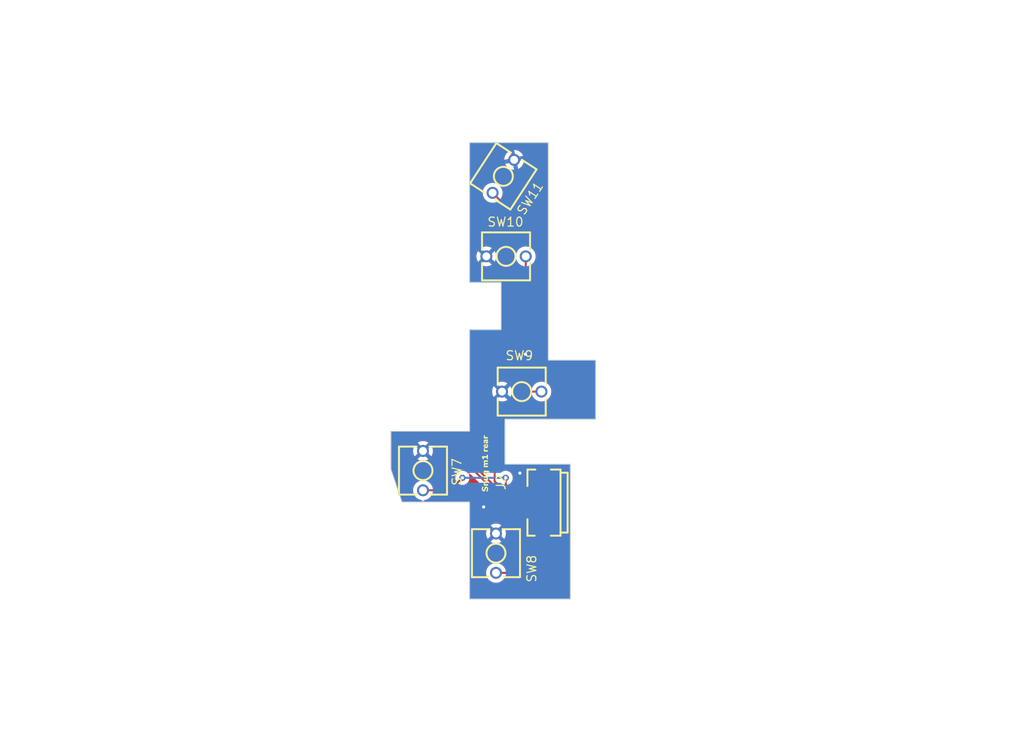
<source format=kicad_pcb>
(kicad_pcb (version 20221018) (generator pcbnew)
  (layers (0 "F.Cu" signal) (31 "B.Cu" signal) (34 "B.Paste" user) (35 "F.Paste" user) (36 "B.SilkS" user "B.Silkscreen") (37 "F.SilkS" user "F.Silkscreen") (38 "B.Mask" user) (39 "F.Mask" user) (44 "Edge.Cuts" user))
  (net 0 "")
  (net 1 "GND")
  (net 2 "SW11_B")
  (net 3 "SW8_B")
  (net 4 "SW9_B")
  (net 5 "SW10_B")
  (net 6 "SW7_B")
  (footprint "0:SW-TH_L6.2-W6.2-P5.00" (layer "F.Cu") (at 114.243 78.567)
    (fp_text reference "SW10" (at -2.455 -4.369) (layer "F.SilkS") (effects (font (size 1.143 1.143) (thickness 0.152)) (justify left)))
    (fp_text value "SW_PUSH" hide)
    (fp_line (start -3.048 -3.048) (end -3.048 -0.828) (stroke (width 0.254)) (layer "F.SilkS"))
    (fp_line (start -3.048 -3.048) (end 3.048 -3.048) (stroke (width 0.254)) (layer "F.SilkS"))
    (fp_line (start -3.048 0.828) (end -3.048 3.048) (stroke (width 0.254)) (layer "F.SilkS"))
    (fp_line (start -3.048 3.048) (end 3.048 3.048) (stroke (width 0.254)) (layer "F.SilkS"))
    (fp_line (start 3.048 -3.048) (end 3.048 -0.828) (stroke (width 0.254)) (layer "F.SilkS"))
    (fp_line (start 3.048 0.828) (end 3.048 1.16) (stroke (width 0.254)) (layer "F.SilkS"))
    (fp_line (start 3.048 3.048) (end 3.048 0.828) (stroke (width 0.254)) (layer "F.SilkS"))
    (fp_circle (center 0 0) (end 1.205 0) (stroke (width 0.254)) (fill none) (layer "F.SilkS"))
    (pad "1" thru_hole circle (at -2.5 0) (size 1.524 1.524) (drill 1) (layers "*.Cu" "*.Paste" "*.Mask") (net 1 "GND"))
    (pad "2" thru_hole circle (at 2.5 0) (size 1.524 1.524) (drill 1) (layers "*.Cu" "*.Paste" "*.Mask") (net 5 "SW10_B"))
  )
  (footprint "Logos:rear" (layer "F.Cu") (at 111.8 104.9 90)
    (fp_text reference "G***" hide)
    (fp_text value "LOGO" hide)
    (fp_poly (pts (xy 1.896371 -0.399164) (xy 1.902845 -0.396967) (xy 1.921033 -0.38602) (xy 1.934484 -0.3705) (xy 1.943032 -0.350737) (xy 1.946513 -0.327058) (xy 1.946083 -0.310894) (xy 1.941494 -0.286817) (xy 1.932166 -0.267471) (xy 1.918105 -0.252867) (xy 1.899319 -0.243013) (xy 1.893916 -0.241302) (xy 1.885869 -0.239542) (xy 1.872955 -0.237287) (xy 1.856963 -0.234827) (xy 1.8399 -0.232484) (xy 1.812156 -0.22822) (xy 1.790012 -0.223153) (xy 1.77238 -0.216915) (xy 1.75817 -0.209139) (xy 1.748732 -0.201743) (xy 1.740979 -0.194243) (xy 1.734541 -0.186555) (xy 1.729296 -0.177996) (xy 1.725124 -0.167885) (xy 1.721906 -0.15554) (xy 1.71952 -0.140278) (xy 1.717847 -0.121418) (xy 1.716766 -0.098277) (xy 1.716158 -0.070173) (xy 1.715901 -0.036423) (xy 1.715866 -0.015303) (xy 1.715848 0.014872) (xy 1.715778 0.039124) (xy 1.715609 0.058233) (xy 1.71529 0.072978) (xy 1.714773 0.08414) (xy 1.714006 0.092497) (xy 1.712942 0.098831) (xy 1.711531 0.103919) (xy 1.709723 0.108543) (xy 1.707735 0.112909) (xy 1.695811 0.130826) (xy 1.678894 0.144899) (xy 1.657739 0.15473) (xy 1.633104 0.159919) (xy 1.617263 0.160642) (xy 1.603502 0.159778) (xy 1.590141 0.157804) (xy 1.58352 0.156178) (xy 1.563794 0.148445) (xy 1.548708 0.138804) (xy 1.539129 0.129487) (xy 1.535373 0.125186) (xy 1.532138 0.121125) (xy 1.529388 0.116792) (xy 1.527081 0.111679) (xy 1.525179 0.105273) (xy 1.523644 0.097065) (xy 1.522435 0.086543) (xy 1.521514 0.073198) (xy 1.520842 0.05652) (xy 1.52038 0.035996) (xy 1.520088 0.011117) (xy 1.519927 -0.018627) (xy 1.519859 -0.053747) (xy 1.519844 -0.094754) (xy 1.519844 -0.122324) (xy 1.519844 -0.336812) (xy 1.527821 -0.353015) (xy 1.539686 -0.369894) (xy 1.556373 -0.383589) (xy 1.5766 -0.393676) (xy 1.599081 -0.399729) (xy 1.622532 -0.401324) (xy 1.645667 -0.398036) (xy 1.655049 -0.395072) (xy 1.675002 -0.38425) (xy 1.690433 -0.368828) (xy 1.700806 -0.349594) (xy 1.705583 -0.327338) (xy 1.705845 -0.320432) (xy 1.705845 -0.300341) (xy 1.717779 -0.320252) (xy 1.734458 -0.344058) (xy 1.753413 -0.362774) (xy 1.776353 -0.377986) (xy 1.784602 -0.382268) (xy 1.807174 -0.391455) (xy 1.831261 -0.39794) (xy 1.85524 -0.401521) (xy 1.877485 -0.401996)) (fill solid) (layer "F.SilkS"))
    (fp_poly (pts (xy 3.568555 -0.396335) (xy 3.585809 -0.387174) (xy 3.598416 -0.373249) (xy 3.606512 -0.354437) (xy 3.610232 -0.330617) (xy 3.610525 -0.319629) (xy 3.609153 -0.29816) (xy 3.604852 -0.280501) (xy 3.597066 -0.266217) (xy 3.585239 -0.254875) (xy 3.568817 -0.246039) (xy 3.547243 -0.239274) (xy 3.519962 -0.234144) (xy 3.497804 -0.231361) (xy 3.466337 -0.226443) (xy 3.440732 -0.219001) (xy 3.420571 -0.208846) (xy 3.405431 -0.195789) (xy 3.398728 -0.186717) (xy 3.394326 -0.178962) (xy 3.390734 -0.170835) (xy 3.387871 -0.161585) (xy 3.385658 -0.15046) (xy 3.384015 -0.136711) (xy 3.382862 -0.119584) (xy 3.382118 -0.09833) (xy 3.381705 -0.072196) (xy 3.381541 -0.040431) (xy 3.381528 -0.025039) (xy 3.381466 0.008839) (xy 3.381215 0.036734) (xy 3.380676 0.059367) (xy 3.379749 0.077457) (xy 3.378337 0.091724) (xy 3.376339 0.102887) (xy 3.373657 0.111667) (xy 3.370192 0.118782) (xy 3.365845 0.124954) (xy 3.360518 0.130901) (xy 3.36002 0.131414) (xy 3.343673 0.145023) (xy 3.325042 0.15395) (xy 3.302744 0.158739) (xy 3.287738 0.15983) (xy 3.265179 0.159477) (xy 3.247385 0.156856) (xy 3.243654 0.155804) (xy 3.23218 0.15051) (xy 3.219271 0.142136) (xy 3.210982 0.13543) (xy 3.205719 0.130722) (xy 3.201175 0.126401) (xy 3.197299 0.121965) (xy 3.194041 0.11691) (xy 3.191351 0.110733) (xy 3.189177 0.10293) (xy 3.18747 0.092999) (xy 3.186178 0.080436) (xy 3.185251 0.064736) (xy 3.184638 0.045398) (xy 3.184289 0.021918) (xy 3.184153 -0.006208) (xy 3.18418 -0.039483) (xy 3.184319 -0.078411) (xy 3.18452 -0.123494) (xy 3.184539 -0.127704) (xy 3.184731 -0.170661) (xy 3.184913 -0.207434) (xy 3.185105 -0.238539) (xy 3.185325 -0.264496) (xy 3.185593 -0.285821) (xy 3.185927 -0.303032) (xy 3.186347 -0.316647) (xy 3.186871 -0.327184) (xy 3.187519 -0.335161) (xy 3.18831 -0.341095) (xy 3.189263 -0.345505) (xy 3.190396 -0.348907) (xy 3.19173 -0.351821) (xy 3.192867 -0.353985) (xy 3.206532 -0.372685) (xy 3.224766 -0.386889) (xy 3.246819 -0.396178) (xy 3.271938 -0.400136) (xy 3.27596 -0.400245) (xy 3.30335 -0.398044) (xy 3.326548 -0.391005) (xy 3.345257 -0.379385) (xy 3.359181 -0.363443) (xy 3.368026 -0.343435) (xy 3.371494 -0.31962) (xy 3.371535 -0.316945) (xy 3.371595 -0.299947) (xy 3.381743 -0.318379) (xy 3.399854 -0.344573) (xy 3.422611 -0.3661) (xy 3.449643 -0.382739) (xy 3.480575 -0.394266) (xy 3.515037 -0.400459) (xy 3.51956 -0.400846) (xy 3.546517 -0.400851)) (fill solid) (layer "F.SilkS"))
    (fp_poly (pts (xy 0.890101 -0.625643) (xy 0.911863 -0.616192) (xy 0.930284 -0.601666) (xy 0.944767 -0.582183) (xy 0.947394 -0.577186) (xy 0.956815 -0.558002) (xy 0.957781 -0.282352) (xy 0.958748 -0.006702) (xy 1.01666 -0.006702) (xy 1.044191 -0.006384) (xy 1.066063 -0.005294) (xy 1.083292 -0.003235) (xy 1.096899 -0.000006) (xy 1.1079 0.004592) (xy 1.117314 0.010758) (xy 1.120861 0.013706) (xy 1.132753 0.027747) (xy 1.139861 0.045157) (xy 1.142444 0.066711) (xy 1.142215 0.077714) (xy 1.139258 0.100254) (xy 1.13294 0.11764) (xy 1.122878 0.130722) (xy 1.115806 0.13626) (xy 1.110512 0.139712) (xy 1.105471 0.142689) (xy 1.100169 0.145226) (xy 1.094092 0.147357) (xy 1.086723 0.149119) (xy 1.077549 0.150545) (xy 1.066056 0.151671) (xy 1.051727 0.152531) (xy 1.034049 0.15316) (xy 1.012507 0.153593) (xy 0.986585 0.153865) (xy 0.955771 0.154012) (xy 0.919548 0.154067) (xy 0.877401 0.154065) (xy 0.853228 0.154054) (xy 0.809426 0.154023) (xy 0.771807 0.153968) (xy 0.739847 0.153874) (xy 0.713027 0.153728) (xy 0.690825 0.153514) (xy 0.672719 0.15322) (xy 0.658189 0.152831) (xy 0.646713 0.152332) (xy 0.637771 0.15171) (xy 0.630841 0.15095) (xy 0.625401 0.150038) (xy 0.620931 0.14896) (xy 0.616909 0.147702) (xy 0.616651 0.147613) (xy 0.59816 0.137961) (xy 0.58352 0.123679) (xy 0.573119 0.105872) (xy 0.567338 0.085647) (xy 0.566563 0.064108) (xy 0.571178 0.042363) (xy 0.576073 0.030873) (xy 0.583162 0.019402) (xy 0.59192 0.010404) (xy 0.603162 0.003617) (xy 0.617704 -0.001224) (xy 0.636362 -0.004382) (xy 0.659952 -0.006118) (xy 0.689291 -0.006698) (xy 0.69259 -0.006702) (xy 0.750706 -0.006702) (xy 0.750706 -0.204433) (xy 0.750675 -0.240147) (xy 0.750587 -0.273788) (xy 0.750447 -0.304771) (xy 0.75026 -0.332512) (xy 0.750033 -0.356427) (xy 0.749769 -0.375932) (xy 0.749476 -0.390443) (xy 0.749158 -0.399375) (xy 0.748847 -0.402164) (xy 0.745466 -0.400563) (xy 0.737315 -0.396139) (xy 0.725406 -0.389457) (xy 0.710752 -0.381083) (xy 0.700077 -0.374909) (xy 0.677636 -0.362237) (xy 0.659662 -0.353065) (xy 0.645127 -0.347059) (xy 0.633002 -0.343881) (xy 0.622259 -0.343197) (xy 0.61187 -0.344669) (xy 0.609405 -0.345282) (xy 0.594534 -0.352167) (xy 0.579933 -0.364057) (xy 0.567091 -0.379365) (xy 0.557495 -0.396506) (xy 0.554939 -0.40339) (xy 0.550824 -0.425859) (xy 0.552247 -0.447905) (xy 0.558902 -0.468129) (xy 0.570479 -0.485132) (xy 0.573595 -0.488244) (xy 0.578287 -0.491606) (xy 0.587964 -0.49779) (xy 0.601789 -0.506305) (xy 0.618922 -0.516657) (xy 0.638524 -0.528355) (xy 0.659755 -0.540905) (xy 0.681777 -0.553816) (xy 0.70375 -0.566595) (xy 0.724835 -0.578748) (xy 0.744193 -0.589785) (xy 0.760985 -0.599212) (xy 0.774372 -0.606536) (xy 0.781579 -0.610307) (xy 0.810737 -0.62235) (xy 0.838941 -0.628841) (xy 0.865595 -0.629899)) (fill solid) (layer "F.SilkS"))
    (fp_poly (pts (xy 2.255921 -0.400132) (xy 2.278098 -0.39886) (xy 2.296776 -0.396366) (xy 2.313545 -0.392342) (xy 2.329992 -0.386483) (xy 2.347706 -0.378481) (xy 2.350983 -0.376873) (xy 2.384043 -0.356852) (xy 2.412897 -0.331704) (xy 2.437355 -0.301665) (xy 2.457229 -0.266976) (xy 2.472329 -0.227873) (xy 2.474028 -0.222141) (xy 2.477331 -0.209203) (xy 2.47954 -0.196493) (xy 2.480854 -0.182114) (xy 2.48147 -0.164169) (xy 2.48159 -0.149727) (xy 2.481686 -0.103399) (xy 2.469168 -0.091916) (xy 2.456649 -0.080432) (xy 2.302437 -0.080432) (xy 2.26586 -0.08041) (xy 2.235439 -0.080332) (xy 2.210629 -0.08018) (xy 2.190884 -0.079936) (xy 2.175659 -0.079584) (xy 2.164409 -0.079106) (xy 2.156586 -0.078484) (xy 2.151646 -0.0777) (xy 2.149042 -0.076738) (xy 2.148229 -0.075579) (xy 2.148225 -0.075476) (xy 2.149225 -0.06992) (xy 2.151843 -0.060163) (xy 2.155433 -0.048563) (xy 2.165849 -0.025443) (xy 2.180134 -0.007179) (xy 2.197841 0.005714) (xy 2.206145 0.009388) (xy 2.226144 0.015352) (xy 2.246527 0.018351) (xy 2.268323 0.018297) (xy 2.292559 0.015103) (xy 2.320264 0.008681) (xy 2.352466 -0.001058) (xy 2.360626 -0.003779) (xy 2.380873 -0.010485) (xy 2.396142 -0.015122) (xy 2.407727 -0.017987) (xy 2.416921 -0.019373) (xy 2.425019 -0.019576) (xy 2.42889 -0.019341) (xy 2.447728 -0.014876) (xy 2.46264 -0.005116) (xy 2.473396 0.009638) (xy 2.479766 0.029088) (xy 2.481558 0.048846) (xy 2.479989 0.06804) (xy 2.474696 0.08447) (xy 2.465137 0.098669) (xy 2.450772 0.111167) (xy 2.431058 0.122496) (xy 2.405455 0.133189) (xy 2.390342 0.13844) (xy 2.37235 0.144059) (xy 2.353351 0.149465) (xy 2.336173 0.153876) (xy 2.328031 0.155695) (xy 2.304294 0.159363) (xy 2.276871 0.161733) (xy 2.248489 0.162692) (xy 2.221876 0.162131) (xy 2.205199 0.160704) (xy 2.165553 0.153285) (xy 2.127262 0.141267) (xy 2.091727 0.125226) (xy 2.060349 0.105736) (xy 2.048354 0.096329) (xy 2.021238 0.069795) (xy 1.99902 0.039911) (xy 1.981156 0.005825) (xy 1.968346 -0.029168) (xy 1.965069 -0.040344) (xy 1.962692 -0.050147) (xy 1.961071 -0.060009) (xy 1.960061 -0.071365) (xy 1.959514 -0.08565) (xy 1.959288 -0.104296) (xy 1.959244 -0.118973) (xy 1.959277 -0.140999) (xy 1.959542 -0.157755) (xy 1.960185 -0.170673) (xy 1.960584 -0.174271) (xy 2.147314 -0.174271) (xy 2.233603 -0.174271) (xy 2.319891 -0.174271) (xy 2.317638 -0.186838) (xy 2.311213 -0.213394) (xy 2.302361 -0.234129) (xy 2.290765 -0.249585) (xy 2.27611 -0.260301) (xy 2.274288 -0.261219) (xy 2.255949 -0.26707) (xy 2.235003 -0.269003) (xy 2.214167 -0.267009) (xy 2.196892 -0.261441) (xy 2.178967 -0.249156) (xy 2.164558 -0.231823) (xy 2.154341 -0.210464) (xy 2.149423 -0.189655) (xy 2.147314 -0.174271) (xy 1.960584 -0.174271) (xy 1.96135 -0.181183) (xy 1.963183 -0.190719) (xy 1.96583 -0.200712) (xy 1.968414 -0.209295) (xy 1.984389 -0.251171) (xy 2.004984 -0.288192) (xy 2.030193 -0.320353) (xy 2.060013 -0.347651) (xy 2.094441 -0.370081) (xy 2.133473 -0.38764) (xy 2.148225 -0.392635) (xy 2.158643 -0.395656) (xy 2.168426 -0.397798) (xy 2.179071 -0.399205) (xy 2.192076 -0.400025) (xy 2.208936 -0.400404) (xy 2.228658 -0.400488)) (fill solid) (layer "F.SilkS"))
    (fp_poly (pts (xy -2.690992 -0.401637) (xy -2.678587 -0.399471) (xy -2.67165 -0.397742) (xy -2.648671 -0.389102) (xy -2.630882 -0.376367) (xy -2.617879 -0.359142) (xy -2.609262 -0.337027) (xy -2.608911 -0.335676) (xy -2.605116 -0.320729) (xy -2.595974 -0.332715) (xy -2.581064 -0.348505) (xy -2.561242 -0.363991) (xy -2.538246 -0.378047) (xy -2.513817 -0.389546) (xy -2.501036 -0.39417) (xy -2.487877 -0.397116) (xy -2.469985 -0.399384) (xy -2.449303 -0.400896) (xy -2.427775 -0.401574) (xy -2.407345 -0.40134) (xy -2.389955 -0.400117) (xy -2.382104 -0.398938) (xy -2.34966 -0.389406) (xy -2.321089 -0.374458) (xy -2.296658 -0.354331) (xy -2.276636 -0.32926) (xy -2.261289 -0.299481) (xy -2.257518 -0.289315) (xy -2.253716 -0.277768) (xy -2.250519 -0.266904) (xy -2.247876 -0.256026) (xy -2.245734 -0.244437) (xy -2.244041 -0.231441) (xy -2.242745 -0.216341) (xy -2.241795 -0.19844) (xy -2.241137 -0.17704) (xy -2.24072 -0.151446) (xy -2.240491 -0.12096) (xy -2.240399 -0.084886) (xy -2.240388 -0.060324) (xy -2.240388 0.095514) (xy -2.248156 0.111286) (xy -2.259886 0.12889) (xy -2.275623 0.14373) (xy -2.291876 0.153212) (xy -2.305742 0.157116) (xy -2.323525 0.159511) (xy -2.34258 0.160246) (xy -2.360261 0.159168) (xy -2.368832 0.157654) (xy -2.390042 0.149755) (xy -2.408705 0.137386) (xy -2.423059 0.121784) (xy -2.425622 0.117773) (xy -2.434767 0.102217) (xy -2.436647 -0.046919) (xy -2.437186 -0.085523) (xy -2.437759 -0.117896) (xy -2.438384 -0.14451) (xy -2.439081 -0.165838) (xy -2.439867 -0.18235) (xy -2.440761 -0.194519) (xy -2.441782 -0.202816) (xy -2.442949 -0.207714) (xy -2.442975 -0.207784) (xy -2.452678 -0.226556) (xy -2.465698 -0.23983) (xy -2.482481 -0.247864) (xy -2.503471 -0.250917) (xy -2.516614 -0.250593) (xy -2.541006 -0.246018) (xy -2.561443 -0.236047) (xy -2.57799 -0.220645) (xy -2.580726 -0.217066) (xy -2.585544 -0.210122) (xy -2.589518 -0.203362) (xy -2.592729 -0.196081) (xy -2.595258 -0.187575) (xy -2.597185 -0.177139) (xy -2.598592 -0.164068) (xy -2.59956 -0.147656) (xy -2.60017 -0.127199) (xy -2.600502 -0.101992) (xy -2.600638 -0.071331) (xy -2.60066 -0.043567) (xy -2.600693 -0.007587) (xy -2.600861 0.022368) (xy -2.601267 0.046973) (xy -2.602012 0.066907) (xy -2.603199 0.082846) (xy -2.604929 0.095466) (xy -2.607306 0.105445) (xy -2.610431 0.11346) (xy -2.614407 0.120188) (xy -2.619336 0.126305) (xy -2.62532 0.132488) (xy -2.627587 0.1347) (xy -2.643775 0.147692) (xy -2.660596 0.155408) (xy -2.661382 0.155646) (xy -2.682384 0.159652) (xy -2.705462 0.160431) (xy -2.727593 0.158017) (xy -2.739973 0.154774) (xy -2.761878 0.144406) (xy -2.77852 0.130092) (xy -2.790332 0.111418) (xy -2.793435 0.103689) (xy -2.794473 0.099878) (xy -2.79536 0.094447) (xy -2.796108 0.086897) (xy -2.796726 0.076731) (xy -2.797226 0.063448) (xy -2.797619 0.046551) (xy -2.797917 0.025542) (xy -2.79813 -0.00008) (xy -2.798269 -0.030812) (xy -2.798346 -0.067152) (xy -2.798372 -0.109601) (xy -2.798372 -0.118557) (xy -2.798309 -0.165875) (xy -2.798134 -0.207979) (xy -2.797849 -0.244657) (xy -2.797457 -0.275695) (xy -2.796962 -0.300883) (xy -2.796368 -0.320007) (xy -2.795677 -0.332855) (xy -2.794893 -0.339215) (xy -2.794886 -0.339241) (xy -2.786059 -0.358898) (xy -2.771666 -0.375397) (xy -2.752262 -0.388307) (xy -2.728399 -0.397202) (xy -2.716499 -0.399756) (xy -2.702417 -0.401677)) (fill solid) (layer "F.SilkS"))
    (fp_poly (pts (xy 2.823664 -0.401603) (xy 2.838607 -0.401244) (xy 2.866876 -0.400149) (xy 2.889949 -0.398386) (xy 2.909323 -0.395665) (xy 2.926494 -0.391695) (xy 2.942959 -0.386186) (xy 2.960213 -0.378847) (xy 2.964643 -0.376779) (xy 2.993625 -0.359463) (xy 3.01839 -0.337066) (xy 3.03876 -0.309852) (xy 3.054557 -0.27809) (xy 3.065602 -0.242046) (xy 3.069728 -0.219514) (xy 3.070656 -0.209517) (xy 3.071439 -0.194152) (xy 3.072078 -0.174276) (xy 3.072576 -0.150744) (xy 3.072933 -0.12441) (xy 3.073152 -0.096132) (xy 3.073235 -0.066764) (xy 3.073183 -0.037161) (xy 3.072998 -0.00818) (xy 3.072681 0.019325) (xy 3.072234 0.044497) (xy 3.07166 0.066481) (xy 3.070959 0.084422) (xy 3.070134 0.097464) (xy 3.069185 0.104752) (xy 3.069076 0.105156) (xy 3.061407 0.120805) (xy 3.048906 0.135562) (xy 3.033392 0.147688) (xy 3.016681 0.155445) (xy 3.016459 0.155511) (xy 2.990154 0.160503) (xy 2.965311 0.159966) (xy 2.942683 0.154266) (xy 2.92302 0.143772) (xy 2.907074 0.128849) (xy 2.895597 0.109865) (xy 2.890546 0.093996) (xy 2.888046 0.082423) (xy 2.881501 0.095179) (xy 2.866978 0.116344) (xy 2.847348 0.133944) (xy 2.823352 0.147691) (xy 2.795731 0.157297) (xy 2.765225 0.162475) (xy 2.732575 0.162935) (xy 2.712533 0.160867) (xy 2.678223 0.152833) (xy 2.646629 0.139486) (xy 2.618404 0.121376) (xy 2.594197 0.099052) (xy 2.574661 0.073064) (xy 2.560447 0.043962) (xy 2.555521 0.028348) (xy 2.551733 0.006441) (xy 2.550638 -0.017812) (xy 2.551628 -0.032192) (xy 2.739249 -0.032192) (xy 2.739555 -0.020511) (xy 2.744874 -0.001943) (xy 2.75508 0.012867) (xy 2.769232 0.023473) (xy 2.78639 0.029432) (xy 2.805614 0.030297) (xy 2.825964 0.025626) (xy 2.831904 0.023189) (xy 2.852355 0.01046) (xy 2.868114 -0.006885) (xy 2.8789 -0.02842) (xy 2.884436 -0.053717) (xy 2.884796 -0.057811) (xy 2.886426 -0.080432) (xy 2.851899 -0.080432) (xy 2.818237 -0.079137) (xy 2.790664 -0.075215) (xy 2.76908 -0.068614) (xy 2.753382 -0.059278) (xy 2.743472 -0.047155) (xy 2.739249 -0.032192) (xy 2.551628 -0.032192) (xy 2.552255 -0.041289) (xy 2.555064 -0.055799) (xy 2.56309 -0.078727) (xy 2.574397 -0.098743) (xy 2.58935 -0.116007) (xy 2.608315 -0.13068) (xy 2.631657 -0.142922) (xy 2.659741 -0.152894) (xy 2.692932 -0.160755) (xy 2.731595 -0.166667) (xy 2.776095 -0.170788) (xy 2.822271 -0.17313) (xy 2.886238 -0.175354) (xy 2.884934 -0.195827) (xy 2.881694 -0.217122) (xy 2.874685 -0.23342) (xy 2.863402 -0.245175) (xy 2.847338 -0.252839) (xy 2.825989 -0.256866) (xy 2.816013 -0.257553) (xy 2.800256 -0.257664) (xy 2.784315 -0.25646) (xy 2.766975 -0.253702) (xy 2.74702 -0.249154) (xy 2.723236 -0.24258) (xy 2.695381 -0.234051) (xy 2.670026 -0.226663) (xy 2.649584 -0.222231) (xy 2.632997 -0.220664) (xy 2.61921 -0.221869) (xy 2.607164 -0.225753) (xy 2.606065 -0.226262) (xy 2.591364 -0.236598) (xy 2.581237 -0.251581) (xy 2.575576 -0.271407) (xy 2.574373 -0.283446) (xy 2.574304 -0.29753) (xy 2.575319 -0.310708) (xy 2.577109 -0.319779) (xy 2.585719 -0.335328) (xy 2.600806 -0.349628) (xy 2.622251 -0.362621) (xy 2.649935 -0.374251) (xy 2.68374 -0.384462) (xy 2.723547 -0.393198) (xy 2.73639 -0.395479) (xy 2.754504 -0.398344) (xy 2.770338 -0.400278) (xy 2.785844 -0.401393) (xy 2.802969 -0.401798)) (fill solid) (layer "F.SilkS"))
    (fp_poly (pts (xy -3.191853 -0.634584) (xy -3.163632 -0.633624) (xy -3.137593 -0.631742) (xy -3.115498 -0.628943) (xy -3.113419 -0.628585) (xy -3.06857 -0.618094) (xy -3.025393 -0.60306) (xy -2.985422 -0.584102) (xy -2.953725 -0.564383) (xy -2.935424 -0.548476) (xy -2.923314 -0.530777) (xy -2.916954 -0.510473) (xy -2.915688 -0.494168) (xy -2.917221 -0.473088) (xy -2.922316 -0.455559) (xy -2.931718 -0.439051) (xy -2.932061 -0.438565) (xy -2.943822 -0.424738) (xy -2.956437 -0.416483) (xy -2.971903 -0.412767) (xy -2.982923 -0.412286) (xy -2.994879 -0.412766) (xy -3.004804 -0.414604) (xy -3.015208 -0.418528) (xy -3.028601 -0.425264) (xy -3.029635 -0.425816) (xy -3.059549 -0.441353) (xy -3.085285 -0.453498) (xy -3.108169 -0.462688) (xy -3.129527 -0.469356) (xy -3.150684 -0.473939) (xy -3.172966 -0.476872) (xy -3.18896 -0.478116) (xy -3.222231 -0.478248) (xy -3.252111 -0.474528) (xy -3.278097 -0.467176) (xy -3.299688 -0.456411) (xy -3.31638 -0.442455) (xy -3.327672 -0.425529) (xy -3.33122 -0.415709) (xy -3.333726 -0.400233) (xy -3.332178 -0.386437) (xy -3.326223 -0.374067) (xy -3.315509 -0.362869) (xy -3.299682 -0.352587) (xy -3.27839 -0.342968) (xy -3.251282 -0.333756) (xy -3.218004 -0.324697) (xy -3.198878 -0.320131) (xy -3.162324 -0.311514) (xy -3.131311 -0.303681) (xy -3.104773 -0.29629) (xy -3.081646 -0.289) (xy -3.060863 -0.281468) (xy -3.041359 -0.273353) (xy -3.022067 -0.264314) (xy -3.016999 -0.261792) (xy -2.982408 -0.241531) (xy -2.953924 -0.218554) (xy -2.931477 -0.192743) (xy -2.914995 -0.163978) (xy -2.904407 -0.132142) (xy -2.899641 -0.097116) (xy -2.899939 -0.067228) (xy -2.905634 -0.029123) (xy -2.917286 0.006236) (xy -2.934642 0.038629) (xy -2.957452 0.067836) (xy -2.985464 0.093637) (xy -3.018425 0.115812) (xy -3.056085 0.134143) (xy -3.098191 0.148409) (xy -3.144493 0.15839) (xy -3.161123 0.160766) (xy -3.180086 0.162422) (xy -3.203689 0.163388) (xy -3.229906 0.163667) (xy -3.25671 0.163262) (xy -3.282074 0.162176) (xy -3.302771 0.160541) (xy -3.340915 0.155193) (xy -3.378741 0.147283) (xy -3.415152 0.137187) (xy -3.449053 0.125282) (xy -3.479348 0.111945) (xy -3.504939 0.097553) (xy -3.521565 0.085299) (xy -3.535721 0.070417) (xy -3.544465 0.054004) (xy -3.54836 0.03463) (xy -3.548417 0.016961) (xy -3.544667 -0.007544) (xy -3.536303 -0.02761) (xy -3.522973 -0.043969) (xy -3.516595 -0.049319) (xy -3.509125 -0.054373) (xy -3.501868 -0.057174) (xy -3.492416 -0.058337) (xy -3.480642 -0.058497) (xy -3.470445 -0.058241) (xy -3.46201 -0.057275) (xy -3.453733 -0.055076) (xy -3.444005 -0.051123) (xy -3.43122 -0.044893) (xy -3.418393 -0.038274) (xy -3.383713 -0.021564) (xy -3.351461 -0.00918) (xy -3.319789 -0.000706) (xy -3.28685 0.004273) (xy -3.250797 0.006174) (xy -3.222338 0.005884) (xy -3.201214 0.005084) (xy -3.185306 0.004027) (xy -3.17313 0.002519) (xy -3.163201 0.000369) (xy -3.154032 -0.002618) (xy -3.152523 -0.003192) (xy -3.130507 -0.014248) (xy -3.114318 -0.028068) (xy -3.104122 -0.04445) (xy -3.100089 -0.063193) (xy -3.100026 -0.066081) (xy -3.102345 -0.080664) (xy -3.109501 -0.093626) (xy -3.121842 -0.105202) (xy -3.139714 -0.115623) (xy -3.163463 -0.125122) (xy -3.193435 -0.133932) (xy -3.205581 -0.136924) (xy -3.244325 -0.146147) (xy -3.277278 -0.154184) (xy -3.3052 -0.161272) (xy -3.328851 -0.167647) (xy -3.34899 -0.173544) (xy -3.366377 -0.179202) (xy -3.381771 -0.184854) (xy -3.395933 -0.190739) (xy -3.409621 -0.197092) (xy -3.423596 -0.204149) (xy -3.426386 -0.205611) (xy -3.444654 -0.21668) (xy -3.463386 -0.230544) (xy -3.480996 -0.245813) (xy -3.495897 -0.261103) (xy -3.506502 -0.275025) (xy -3.507282 -0.276317) (xy -3.516922 -0.294972) (xy -3.523747 -0.313929) (xy -3.528221 -0.33503) (xy -3.530809 -0.360118) (xy -3.531436 -0.372061) (xy -3.532043 -0.391184) (xy -3.531922 -0.405683) (xy -3.530906 -0.41761) (xy -3.528828 -0.429021) (xy -3.525852 -0.440764) (xy -3.512698 -0.476381) (xy -3.493677 -0.509194) (xy -3.469124 -0.538932) (xy -3.439379 -0.565324) (xy -3.404777 -0.588098) (xy -3.365656 -0.606986) (xy -3.322354 -0.621714) (xy -3.291279 -0.629099) (xy -3.271967 -0.631879) (xy -3.247783 -0.633717) (xy -3.220491 -0.634616)) (fill solid) (layer "F.SilkS"))
    (fp_poly (pts (xy -2.020023 -0.400002) (xy -2.008541 -0.398847) (xy -1.998967 -0.396378) (xy -1.988911 -0.392143) (xy -1.986441 -0.390951) (xy -1.974185 -0.383718) (xy -1.962845 -0.374989) (xy -1.95717 -0.369275) (xy -1.95251 -0.363379) (xy -1.948631 -0.357525) (xy -1.945463 -0.351061) (xy -1.942933 -0.343335) (xy -1.94097 -0.333693) (xy -1.939502 -0.321483) (xy -1.938458 -0.306053) (xy -1.937767 -0.286748) (xy -1.937357 -0.262918) (xy -1.937155 -0.233909) (xy -1.937092 -0.199068) (xy -1.937089 -0.186) (xy -1.937048 -0.148647) (xy -1.936879 -0.117373) (xy -1.936517 -0.091556) (xy -1.935895 -0.070572) (xy -1.934946 -0.053799) (xy -1.933605 -0.040613) (xy -1.931804 -0.030392) (xy -1.929478 -0.022513) (xy -1.926559 -0.016353) (xy -1.922983 -0.011289) (xy -1.918681 -0.006697) (xy -1.917898 -0.005942) (xy -1.908752 0.001219) (xy -1.899147 0.006583) (xy -1.898549 0.006823) (xy -1.885845 0.00971) (xy -1.869724 0.010647) (xy -1.853168 0.009686) (xy -1.839157 0.006878) (xy -1.836081 0.005761) (xy -1.819061 -0.004386) (xy -1.803498 -0.019166) (xy -1.791438 -0.036535) (xy -1.789192 -0.041082) (xy -1.787239 -0.04554) (xy -1.785627 -0.049912) (xy -1.784314 -0.054877) (xy -1.783259 -0.061111) (xy -1.782419 -0.069293) (xy -1.781753 -0.080102) (xy -1.78122 -0.094214) (xy -1.780778 -0.112309) (xy -1.780385 -0.135063) (xy -1.78 -0.163156) (xy -1.779581 -0.197264) (xy -1.779575 -0.19773) (xy -1.779155 -0.231918) (xy -1.77877 -0.260073) (xy -1.778378 -0.282867) (xy -1.777939 -0.300971) (xy -1.777411 -0.315054) (xy -1.776754 -0.325787) (xy -1.775926 -0.33384) (xy -1.774887 -0.339885) (xy -1.773595 -0.344591) (xy -1.772009 -0.348629) (xy -1.770098 -0.352653) (xy -1.757564 -0.371715) (xy -1.741046 -0.38579) (xy -1.720245 -0.395037) (xy -1.694862 -0.399617) (xy -1.68071 -0.400204) (xy -1.664031 -0.399889) (xy -1.651701 -0.398545) (xy -1.641398 -0.3958) (xy -1.633791 -0.392684) (xy -1.613431 -0.380676) (xy -1.598093 -0.365128) (xy -1.590754 -0.353569) (xy -1.5893 -0.350763) (xy -1.588052 -0.347798) (xy -1.586993 -0.344161) (xy -1.586104 -0.339339) (xy -1.585367 -0.332819) (xy -1.584763 -0.324087) (xy -1.584274 -0.312631) (xy -1.583882 -0.297936) (xy -1.583569 -0.27949) (xy -1.583316 -0.256779) (xy -1.583104 -0.229291) (xy -1.582916 -0.196511) (xy -1.582733 -0.157928) (xy -1.582588 -0.124841) (xy -1.582404 -0.081564) (xy -1.582265 -0.04447) (xy -1.582184 -0.013036) (xy -1.582176 0.013257) (xy -1.582255 0.03493) (xy -1.582435 0.052504) (xy -1.58273 0.066499) (xy -1.583154 0.077436) (xy -1.583721 0.085836) (xy -1.584445 0.09222) (xy -1.58534 0.097107) (xy -1.58642 0.10102) (xy -1.5877 0.104478) (xy -1.588853 0.107213) (xy -1.600804 0.126671) (xy -1.618152 0.142363) (xy -1.640551 0.153977) (xy -1.640893 0.154107) (xy -1.659854 0.158886) (xy -1.681235 0.160465) (xy -1.70257 0.158919) (xy -1.721394 0.154321) (xy -1.728019 0.151468) (xy -1.746896 0.138212) (xy -1.761592 0.12038) (xy -1.771161 0.099266) (xy -1.773492 0.089334) (xy -1.774963 0.086992) (xy -1.778344 0.089157) (xy -1.784349 0.096366) (xy -1.786278 0.098929) (xy -1.806465 0.120588) (xy -1.831356 0.138098) (xy -1.860207 0.15121) (xy -1.89227 0.159676) (xy -1.926801 0.163246) (xy -1.963051 0.161673) (xy -1.971279 0.160598) (xy -2.007006 0.152754) (xy -2.038039 0.140277) (xy -2.064597 0.122968) (xy -2.086899 0.100629) (xy -2.105166 0.073063) (xy -2.119617 0.04007) (xy -2.125542 0.021255) (xy -2.127207 0.015102) (xy -2.128601 0.009137) (xy -2.129749 0.002723) (xy -2.130674 -0.004778) (xy -2.131401 -0.014003) (xy -2.131956 -0.025589) (xy -2.132362 -0.040173) (xy -2.132645 -0.058392) (xy -2.132828 -0.080884) (xy -2.132937 -0.108286) (xy -2.132996 -0.141234) (xy -2.133024 -0.172595) (xy -2.133045 -0.210413) (xy -2.133035 -0.24212) (xy -2.132969 -0.268309) (xy -2.132825 -0.28957) (xy -2.132579 -0.306496) (xy -2.132208 -0.319678) (xy -2.131689 -0.329708) (xy -2.130998 -0.337179) (xy -2.130112 -0.342682) (xy -2.129009 -0.346808) (xy -2.127664 -0.350151) (xy -2.126055 -0.3533) (xy -2.125911 -0.353569) (xy -2.113008 -0.371792) (xy -2.095825 -0.385802) (xy -2.082874 -0.392684) (xy -2.07253 -0.396702) (xy -2.06179 -0.399056) (xy -2.048341 -0.400119) (xy -2.035805 -0.400296)) (fill solid) (layer "F.SilkS"))
    (fp_poly (pts (xy -1.210662 -0.399445) (xy -1.174988 -0.391502) (xy -1.143131 -0.378208) (xy -1.114881 -0.359486) (xy -1.100391 -0.346434) (xy -1.07975 -0.325817) (xy -1.076246 -0.339693) (xy -1.067875 -0.359771) (xy -1.053941 -0.376318) (xy -1.034725 -0.38908) (xy -1.011448 -0.39757) (xy -0.985866 -0.401338) (xy -0.961357 -0.399699) (xy -0.938831 -0.393081) (xy -0.919196 -0.381911) (xy -0.903363 -0.366615) (xy -0.89224 -0.347621) (xy -0.889691 -0.340393) (xy -0.888577 -0.333209) (xy -0.887589 -0.320021) (xy -0.886729 -0.301525) (xy -0.885995 -0.278419) (xy -0.885387 -0.251398) (xy -0.884906 -0.22116) (xy -0.884551 -0.188402) (xy -0.884322 -0.153821) (xy -0.884219 -0.118113) (xy -0.884242 -0.081975) (xy -0.884391 -0.046105) (xy -0.884664 -0.011199) (xy -0.885063 0.022046) (xy -0.885587 0.052933) (xy -0.886236 0.080765) (xy -0.88701 0.104845) (xy -0.887908 0.124477) (xy -0.888931 0.138963) (xy -0.889805 0.146184) (xy -0.899598 0.187547) (xy -0.914235 0.22438) (xy -0.933794 0.256763) (xy -0.958355 0.284773) (xy -0.987998 0.308491) (xy -1.022803 0.327995) (xy -1.062849 0.343365) (xy -1.097572 0.352489) (xy -1.113521 0.355098) (xy -1.134571 0.357285) (xy -1.159129 0.358998) (xy -1.185603 0.360188) (xy -1.212403 0.360803) (xy -1.237935 0.360795) (xy -1.260608 0.360112) (xy -1.27883 0.358704) (xy -1.281897 0.358318) (xy -1.314176 0.35272) (xy -1.345348 0.345117) (xy -1.374097 0.335942) (xy -1.399109 0.325628) (xy -1.419069 0.314609) (xy -1.423164 0.31176) (xy -1.432576 0.302935) (xy -1.441793 0.291303) (xy -1.445852 0.284755) (xy -1.451079 0.274138) (xy -1.453673 0.265044) (xy -1.454257 0.254396) (xy -1.453856 0.245207) (xy -1.45032 0.222215) (xy -1.442644 0.204065) (xy -1.430539 0.190115) (xy -1.428298 0.188326) (xy -1.42006 0.18327) (xy -1.410627 0.180219) (xy -1.399159 0.179244) (xy -1.384819 0.180414) (xy -1.366768 0.183799) (xy -1.344166 0.189469) (xy -1.316176 0.197493) (xy -1.315411 0.197721) (xy -1.294199 0.204012) (xy -1.277899 0.208635) (xy -1.265002 0.211848) (xy -1.253998 0.21391) (xy -1.24338 0.215077) (xy -1.231638 0.215608) (xy -1.217264 0.215761) (xy -1.209843 0.215775) (xy -1.190529 0.215661) (xy -1.176285 0.215133) (xy -1.165482 0.213998) (xy -1.156492 0.212062) (xy -1.147685 0.209132) (xy -1.144891 0.208052) (xy -1.122436 0.196197) (xy -1.104694 0.180461) (xy -1.092749 0.162226) (xy -1.087312 0.146531) (xy -1.08331 0.126854) (xy -1.081119 0.105835) (xy -1.081115 0.086111) (xy -1.081402 0.082634) (xy -1.083115 0.065352) (xy -1.103104 0.084929) (xy -1.128531 0.105213) (xy -1.158349 0.120803) (xy -1.191966 0.131485) (xy -1.228785 0.137046) (xy -1.249901 0.137843) (xy -1.290824 0.134775) (xy -1.328928 0.125743) (xy -1.363887 0.111004) (xy -1.395373 0.090818) (xy -1.42306 0.065443) (xy -1.446621 0.035136) (xy -1.465728 0.000157) (xy -1.480055 -0.039237) (xy -1.481701 -0.045243) (xy -1.48693 -0.071883) (xy -1.490021 -0.102533) (xy -1.490551 -0.121564) (xy -1.295172 -0.121564) (xy -1.292841 -0.097916) (xy -1.287969 -0.077732) (xy -1.287117 -0.075405) (xy -1.277859 -0.057772) (xy -1.264695 -0.041048) (xy -1.249298 -0.02697) (xy -1.233344 -0.017274) (xy -1.229662 -0.015807) (xy -1.211132 -0.011611) (xy -1.18938 -0.010279) (xy -1.167221 -0.011766) (xy -1.14747 -0.016026) (xy -1.144053 -0.017208) (xy -1.123227 -0.028451) (xy -1.105518 -0.044941) (xy -1.092074 -0.06552) (xy -1.088778 -0.072989) (xy -1.085285 -0.083077) (xy -1.08304 -0.093224) (xy -1.081794 -0.105341) (xy -1.081296 -0.121342) (xy -1.08125 -0.130703) (xy -1.082154 -0.156648) (xy -1.085203 -0.177554) (xy -1.090901 -0.194882) (xy -1.099752 -0.210092) (xy -1.112261 -0.224644) (xy -1.11446 -0.226837) (xy -1.130931 -0.240297) (xy -1.148759 -0.249021) (xy -1.169578 -0.253607) (xy -1.190217 -0.254703) (xy -1.217163 -0.251746) (xy -1.240832 -0.243039) (xy -1.260859 -0.228828) (xy -1.276881 -0.20936) (xy -1.286956 -0.189182) (xy -1.292226 -0.169608) (xy -1.294966 -0.146265) (xy -1.295172 -0.121564) (xy -1.490551 -0.121564) (xy -1.490921 -0.134835) (xy -1.489579 -0.16643) (xy -1.485943 -0.194958) (xy -1.485079 -0.199406) (xy -1.473478 -0.241786) (xy -1.457221 -0.27968) (xy -1.436551 -0.312878) (xy -1.411714 -0.341168) (xy -1.382952 -0.364339) (xy -1.35051 -0.382181) (xy -1.314633 -0.394482) (xy -1.275564 -0.401033) (xy -1.250361 -0.402114)) (fill solid) (layer "F.SilkS"))
    (fp_poly (pts (xy 0.249736 -0.401917) (xy 0.271023 -0.400798) (xy 0.289207 -0.398604) (xy 0.29673 -0.397034) (xy 0.328619 -0.385781) (xy 0.356008 -0.369562) (xy 0.378882 -0.348394) (xy 0.397223 -0.322295) (xy 0.411015 -0.291283) (xy 0.416858 -0.271318) (xy 0.420189 -0.255077) (xy 0.422926 -0.235654) (xy 0.425094 -0.212534) (xy 0.42672 -0.1852) (xy 0.427827 -0.153139) (xy 0.428441 -0.115835) (xy 0.428586 -0.072771) (xy 0.428379 -0.033513) (xy 0.428076 -0.000239) (xy 0.427753 0.027019) (xy 0.427377 0.048947) (xy 0.426913 0.066229) (xy 0.426327 0.079554) (xy 0.425585 0.089605) (xy 0.424653 0.09707) (xy 0.423496 0.102635) (xy 0.42208 0.106986) (xy 0.421264 0.10892) (xy 0.409042 0.128225) (xy 0.391874 0.143225) (xy 0.370132 0.153694) (xy 0.344189 0.159408) (xy 0.336546 0.160104) (xy 0.309783 0.15933) (xy 0.28581 0.153553) (xy 0.26537 0.143134) (xy 0.249203 0.128433) (xy 0.239409 0.112909) (xy 0.23131 0.095514) (xy 0.23121 -0.040216) (xy 0.23111 -0.070691) (xy 0.23087 -0.099866) (xy 0.230507 -0.126877) (xy 0.230037 -0.150862) (xy 0.22948 -0.170959) (xy 0.228852 -0.186305) (xy 0.228172 -0.196037) (xy 0.227987 -0.197553) (xy 0.222782 -0.218366) (xy 0.213777 -0.233774) (xy 0.20064 -0.244107) (xy 0.183041 -0.249694) (xy 0.174671 -0.250674) (xy 0.153261 -0.250139) (xy 0.135244 -0.244732) (xy 0.118876 -0.23389) (xy 0.116617 -0.231906) (xy 0.10922 -0.224819) (xy 0.103019 -0.217641) (xy 0.097908 -0.209729) (xy 0.093785 -0.200444) (xy 0.090543 -0.189143) (xy 0.088079 -0.175186) (xy 0.086288 -0.157932) (xy 0.085065 -0.136739) (xy 0.084306 -0.110968) (xy 0.083906 -0.079975) (xy 0.083761 -0.043121) (xy 0.083751 -0.030384) (xy 0.083735 0.001974) (xy 0.083679 0.028346) (xy 0.083543 0.049448) (xy 0.083286 0.065995) (xy 0.08287 0.078704) (xy 0.082255 0.08829) (xy 0.0814 0.095471) (xy 0.080265 0.100961) (xy 0.078812 0.105478) (xy 0.077 0.109738) (xy 0.075817 0.112271) (xy 0.06467 0.130537) (xy 0.050382 0.143996) (xy 0.032274 0.153005) (xy 0.009664 0.157921) (xy -0.013405 0.15915) (xy -0.039265 0.157516) (xy -0.060297 0.152419) (xy -0.07763 0.143473) (xy -0.089876 0.132994) (xy -0.094873 0.127773) (xy -0.099064 0.122907) (xy -0.102528 0.117781) (xy -0.105342 0.111774) (xy -0.107583 0.104268) (xy -0.10933 0.094645) (xy -0.110659 0.082287) (xy -0.111649 0.066575) (xy -0.112377 0.04689) (xy -0.112921 0.022614) (xy -0.113358 -0.006871) (xy -0.113767 -0.042184) (xy -0.113946 -0.058649) (xy -0.114353 -0.094903) (xy -0.114733 -0.125069) (xy -0.115118 -0.14976) (xy -0.11554 -0.16959) (xy -0.116028 -0.185172) (xy -0.116615 -0.19712) (xy -0.117332 -0.206047) (xy -0.118209 -0.212568) (xy -0.119277 -0.217296) (xy -0.120569 -0.220845) (xy -0.122113 -0.223828) (xy -0.122325 -0.224191) (xy -0.130907 -0.236307) (xy -0.140591 -0.244034) (xy -0.153059 -0.248202) (xy -0.169992 -0.249643) (xy -0.173942 -0.249676) (xy -0.188088 -0.249369) (xy -0.198059 -0.248047) (xy -0.206367 -0.245111) (xy -0.215527 -0.23996) (xy -0.21607 -0.239622) (xy -0.232404 -0.225556) (xy -0.244775 -0.206407) (xy -0.252864 -0.182719) (xy -0.254496 -0.174271) (xy -0.255341 -0.165621) (xy -0.25611 -0.151134) (xy -0.256781 -0.131676) (xy -0.257332 -0.108113) (xy -0.257744 -0.081311) (xy -0.257993 -0.052134) (xy -0.258063 -0.028486) (xy -0.258121 0.095514) (xy -0.26622 0.112909) (xy -0.278143 0.130826) (xy -0.29506 0.144899) (xy -0.316215 0.15473) (xy -0.34085 0.159919) (xy -0.356691 0.160642) (xy -0.370452 0.159778) (xy -0.383814 0.157804) (xy -0.390434 0.156178) (xy -0.414369 0.145873) (xy -0.43278 0.131865) (xy -0.445608 0.114205) (xy -0.449566 0.105018) (xy -0.450547 0.098861) (xy -0.451421 0.086716) (xy -0.452188 0.069295) (xy -0.452847 0.04731) (xy -0.453399 0.021472) (xy -0.453842 -0.007505) (xy -0.454177 -0.038911) (xy -0.454403 -0.072034) (xy -0.45452 -0.106161) (xy -0.454527 -0.14058) (xy -0.454424 -0.174581) (xy -0.454211 -0.20745) (xy -0.453887 -0.238476) (xy -0.453452 -0.266947) (xy -0.452906 -0.292151) (xy -0.452248 -0.313377) (xy -0.451479 -0.329911) (xy -0.450597 -0.341043) (xy -0.449784 -0.345655) (xy -0.440681 -0.361984) (xy -0.426229 -0.376583) (xy -0.40773 -0.38857) (xy -0.386482 -0.397065) (xy -0.368471 -0.400744) (xy -0.342875 -0.400993) (xy -0.319393 -0.395876) (xy -0.298827 -0.385901) (xy -0.281982 -0.371579) (xy -0.269661 -0.353418) (xy -0.263063 -0.334006) (xy -0.261132 -0.324496) (xy -0.248702 -0.340044) (xy -0.234082 -0.354962) (xy -0.215012 -0.369543) (xy -0.19365 -0.382337) (xy -0.172155 -0.391891) (xy -0.17092 -0.392326) (xy -0.157118 -0.396302) (xy -0.141611 -0.39901) (xy -0.122477 -0.400732) (xy -0.108775 -0.401396) (xy -0.08219 -0.40174) (xy -0.060321 -0.400319) (xy -0.04134 -0.396811) (xy -0.023419 -0.390897) (xy -0.007498 -0.383662) (xy 0.014489 -0.370302) (xy 0.032608 -0.353677) (xy 0.048525 -0.332205) (xy 0.051109 -0.327997) (xy 0.062421 -0.309128) (xy 0.070381 -0.320745) (xy 0.085789 -0.338932) (xy 0.106118 -0.356649) (xy 0.129621 -0.372763) (xy 0.154551 -0.386141) (xy 0.179158 -0.39565) (xy 0.190355 -0.39851) (xy 0.207093 -0.400806) (xy 0.227656 -0.401931)) (fill solid) (layer "F.SilkS"))
  )
  (footprint "0:SW-TH_L6.2-W6.2-P5.00" (layer "F.Cu") (at 112.966 116.273 -90)
    (fp_text reference "SW8" (at 0.127 -4.534 90) (layer "F.SilkS") (effects (font (size 1.143 1.143) (thickness 0.152)) (justify right)))
    (fp_text value "SW_PUSH" hide)
    (fp_line (start -3.048 -3.048) (end -3.048 -0.828) (stroke (width 0.254)) (layer "F.SilkS"))
    (fp_line (start -3.048 -3.048) (end 3.048 -3.048) (stroke (width 0.254)) (layer "F.SilkS"))
    (fp_line (start -3.048 0.828) (end -3.048 3.048) (stroke (width 0.254)) (layer "F.SilkS"))
    (fp_line (start -3.048 3.048) (end 3.048 3.048) (stroke (width 0.254)) (layer "F.SilkS"))
    (fp_line (start 3.048 -3.048) (end 3.048 -0.828) (stroke (width 0.254)) (layer "F.SilkS"))
    (fp_line (start 3.048 0.828) (end 3.048 1.16) (stroke (width 0.254)) (layer "F.SilkS"))
    (fp_line (start 3.048 3.048) (end 3.048 0.828) (stroke (width 0.254)) (layer "F.SilkS"))
    (fp_circle (center 0 0) (end 1.205 0) (stroke (width 0.254)) (fill none) (layer "F.SilkS"))
    (pad "1" thru_hole circle (at -2.5 0 270) (size 1.524 1.524) (drill 1) (layers "*.Cu" "*.Paste" "*.Mask") (net 1 "GND"))
    (pad "2" thru_hole circle (at 2.5 0 270) (size 1.524 1.524) (drill 1) (layers "*.Cu" "*.Paste" "*.Mask") (net 3 "SW8_B"))
  )
  (footprint "0:SW-TH_L6.2-W6.2-P5.00" (layer "F.Cu") (at 103.699 105.784 -90)
    (fp_text reference "SW7" (at -1.684 -4.301 90) (layer "F.SilkS") (effects (font (size 1.143 1.143) (thickness 0.152)) (justify right)))
    (fp_text value "SW_PUSH" hide)
    (fp_line (start -3.048 -3.048) (end -3.048 -0.828) (stroke (width 0.254)) (layer "F.SilkS"))
    (fp_line (start -3.048 -3.048) (end 3.048 -3.048) (stroke (width 0.254)) (layer "F.SilkS"))
    (fp_line (start -3.048 0.828) (end -3.048 3.048) (stroke (width 0.254)) (layer "F.SilkS"))
    (fp_line (start -3.048 3.048) (end 3.048 3.048) (stroke (width 0.254)) (layer "F.SilkS"))
    (fp_line (start 3.048 -3.048) (end 3.048 -0.828) (stroke (width 0.254)) (layer "F.SilkS"))
    (fp_line (start 3.048 0.828) (end 3.048 1.16) (stroke (width 0.254)) (layer "F.SilkS"))
    (fp_line (start 3.048 3.048) (end 3.048 0.828) (stroke (width 0.254)) (layer "F.SilkS"))
    (fp_circle (center 0 0) (end 1.205 0) (stroke (width 0.254)) (fill none) (layer "F.SilkS"))
    (pad "1" thru_hole circle (at -2.5 0 270) (size 1.524 1.524) (drill 1) (layers "*.Cu" "*.Paste" "*.Mask") (net 1 "GND"))
    (pad "2" thru_hole circle (at 2.5 0 270) (size 1.524 1.524) (drill 1) (layers "*.Cu" "*.Paste" "*.Mask") (net 6 "SW7_B"))
  )
  (footprint "0:SW-TH_L6.2-W6.2-P5.00" (layer "F.Cu") (at 116.233 95.745)
    (fp_text reference "SW9" (at -2.145 -4.567) (layer "F.SilkS") (effects (font (size 1.143 1.143) (thickness 0.152)) (justify left)))
    (fp_text value "SW_PUSH" hide)
    (fp_line (start -3.048 -3.048) (end -3.048 -0.828) (stroke (width 0.254)) (layer "F.SilkS"))
    (fp_line (start -3.048 -3.048) (end 3.048 -3.048) (stroke (width 0.254)) (layer "F.SilkS"))
    (fp_line (start -3.048 0.828) (end -3.048 3.048) (stroke (width 0.254)) (layer "F.SilkS"))
    (fp_line (start -3.048 3.048) (end 3.048 3.048) (stroke (width 0.254)) (layer "F.SilkS"))
    (fp_line (start 3.048 -3.048) (end 3.048 -0.828) (stroke (width 0.254)) (layer "F.SilkS"))
    (fp_line (start 3.048 0.828) (end 3.048 1.16) (stroke (width 0.254)) (layer "F.SilkS"))
    (fp_line (start 3.048 3.048) (end 3.048 0.828) (stroke (width 0.254)) (layer "F.SilkS"))
    (fp_circle (center 0 0) (end 1.205 0) (stroke (width 0.254)) (fill none) (layer "F.SilkS"))
    (pad "1" thru_hole circle (at -2.5 0) (size 1.524 1.524) (drill 1) (layers "*.Cu" "*.Paste" "*.Mask") (net 1 "GND"))
    (pad "2" thru_hole circle (at 2.5 0) (size 1.524 1.524) (drill 1) (layers "*.Cu" "*.Paste" "*.Mask") (net 4 "SW9_B"))
  )
  (footprint "0:FFCｺﾈｸﾀ_FPC-SMD_P0.50-8P_FGS-XJ-H2.0" (layer "F.Cu") (at 117.56 109.85 -90)
    (fp_text reference "J2" (at -3.65 3.96 90) (layer "F.SilkS") (effects (font (size 1.143 1.143) (thickness 0.152)) (justify right)))
    (fp_text value "Conn_01x8_Pin + 2" hide)
    (fp_line (start -4.2 -3.6) (end -4.2 -2.371) (stroke (width 0.254)) (layer "F.SilkS"))
    (fp_line (start -4.2 -0.4) (end -4.2 0.6) (stroke (width 0.254)) (layer "F.SilkS"))
    (fp_line (start -4.2 0.6) (end -2.113 0.6) (stroke (width 0.254)) (layer "F.SilkS"))
    (fp_line (start -3.8 -4.5) (end 3.8 -4.5) (stroke (width 0.254)) (layer "F.SilkS"))
    (fp_line (start -3.8 -3.6) (end -3.8 -4.5) (stroke (width 0.254)) (layer "F.SilkS"))
    (fp_line (start 2.113 0.6) (end 4.2 0.6) (stroke (width 0.254)) (layer "F.SilkS"))
    (fp_line (start 3.8 -4.5) (end 3.8 -3.6) (stroke (width 0.254)) (layer "F.SilkS"))
    (fp_line (start 4.2 -3.6) (end -4.2 -3.6) (stroke (width 0.254)) (layer "F.SilkS"))
    (fp_line (start 4.2 -2.371) (end 4.2 -3.6) (stroke (width 0.254)) (layer "F.SilkS"))
    (fp_line (start 4.2 0.6) (end 4.2 -0.309) (stroke (width 0.254)) (layer "F.SilkS"))
    (pad "1" smd rect (at -1.75 1.34 270) (size 0.3 1.3) (layers "F.Cu" "F.Paste" "F.Mask") (net 1 "GND"))
    (pad "2" smd rect (at -1.252 1.338 270) (size 0.3 1.3) (layers "F.Cu" "F.Paste" "F.Mask") (net 6 "SW7_B"))
    (pad "3" smd rect (at -0.75 1.34 270) (size 0.3 1.3) (layers "F.Cu" "F.Paste" "F.Mask") (net 3 "SW8_B"))
    (pad "4" smd rect (at -0.25 1.34 270) (size 0.3 1.3) (layers "F.Cu" "F.Paste" "F.Mask") (net 4 "SW9_B"))
    (pad "5" smd rect (at 0.25 1.34 270) (size 0.3 1.3) (layers "F.Cu" "F.Paste" "F.Mask") (net 5 "SW10_B"))
    (pad "6" smd rect (at 0.75 1.34 270) (size 0.3 1.3) (layers "F.Cu" "F.Paste" "F.Mask") (net 2 "SW11_B"))
    (pad "7" smd rect (at 1.25 1.34 270) (size 0.3 1.3) (layers "F.Cu" "F.Paste" "F.Mask"))
    (pad "8" smd rect (at 1.75 1.34 270) (size 0.3 1.3) (layers "F.Cu" "F.Paste" "F.Mask"))
    (pad "9" smd rect (at 3.45 -1.34 180) (size 1.6 2) (layers "F.Cu" "F.Paste" "F.Mask") (net 1 "GND"))
    (pad "10" smd rect (at -3.45 -1.34 180) (size 1.6 2) (layers "F.Cu" "F.Paste" "F.Mask") (net 1 "GND"))
  )
  (footprint "0:SW-TH_L6.2-W6.2-P5.00" (layer "F.Cu") (at 113.902 68.402 -123.125)
    (fp_text reference "SW11" (at -1.898995 -4.370564 56.875) (layer "F.SilkS") (effects (font (size 1.143 1.143) (thickness 0.152)) (justify right)))
    (fp_text value "SW_PUSH" hide)
    (fp_line (start -3.048 -3.048) (end -3.048 -0.828) (stroke (width 0.254)) (layer "F.SilkS"))
    (fp_line (start -3.048 -3.048) (end 3.048 -3.048) (stroke (width 0.254)) (layer "F.SilkS"))
    (fp_line (start -3.048 0.828) (end -3.048 3.048) (stroke (width 0.254)) (layer "F.SilkS"))
    (fp_line (start -3.048 3.048) (end 3.048 3.048) (stroke (width 0.254)) (layer "F.SilkS"))
    (fp_line (start 3.048 -3.048) (end 3.048 -0.828) (stroke (width 0.254)) (layer "F.SilkS"))
    (fp_line (start 3.048 0.828) (end 3.048 1.16) (stroke (width 0.254)) (layer "F.SilkS"))
    (fp_line (start 3.048 3.048) (end 3.048 0.828) (stroke (width 0.254)) (layer "F.SilkS"))
    (fp_circle (center 0 0) (end 1.205 0) (stroke (width 0.254)) (fill none) (layer "F.SilkS"))
    (pad "1" thru_hole circle (at -2.5 0 236.875) (size 1.524 1.524) (drill 1) (layers "*.Cu" "*.Paste" "*.Mask") (net 1 "GND"))
    (pad "2" thru_hole circle (at 2.5 0 236.875) (size 1.524 1.524) (drill 1) (layers "*.Cu" "*.Paste" "*.Mask") (net 2 "SW11_B"))
  )
  (gr_line (start 122.412 104.959) (end 114.112 104.959) (stroke (width 0.1)) (layer "Edge.Cuts"))
  (gr_line (start 109.612 122.112) (end 109.612 109.785) (stroke (width 0.1)) (layer "Edge.Cuts"))
  (gr_line (start 109.612 122.112) (end 122.412 122.112) (stroke (width 0.1)) (layer "Edge.Cuts"))
  (gr_line (start 109.612 64.112) (end 109.612 81.875) (stroke (width 0.1)) (layer "Edge.Cuts"))
  (gr_line (start 122.412 122.112) (end 122.412 104.959) (stroke (width 0.1)) (layer "Edge.Cuts"))
  (gr_line (start 109.612 100.785) (end 99.612 100.785) (stroke (width 0.1)) (layer "Edge.Cuts"))
  (gr_line (start 99.612 105.585) (end 99.612 100.785) (stroke (width 0.1)) (layer "Edge.Cuts"))
  (gr_line (start 109.612 81.875) (end 113.612 81.875) (stroke (width 0.1)) (layer "Edge.Cuts"))
  (gr_line (start 109.612 109.785) (end 101.03 109.785) (stroke (width 0.1)) (layer "Edge.Cuts"))
  (gr_line (start 125.612 99.259) (end 114.112 99.259) (stroke (width 0.1)) (layer "Edge.Cuts"))
  (gr_line (start 119.612 64.112) (end 109.612 64.112) (stroke (width 0.1)) (layer "Edge.Cuts"))
  (gr_line (start 109.612 87.875) (end 113.612 87.875) (stroke (width 0.1)) (layer "Edge.Cuts"))
  (gr_line (start 114.112 104.959) (end 114.112 99.259) (stroke (width 0.1)) (layer "Edge.Cuts"))
  (gr_line (start 113.612 81.875) (end 113.612 87.875) (stroke (width 0.1)) (layer "Edge.Cuts"))
  (gr_line (start 125.612 99.259) (end 125.612 91.745) (stroke (width 0.1)) (layer "Edge.Cuts"))
  (gr_line (start 101.03 109.785) (end 99.612 105.585) (stroke (width 0.1)) (layer "Edge.Cuts"))
  (gr_line (start 119.612 91.745) (end 119.612 64.112) (stroke (width 0.1)) (layer "Edge.Cuts"))
  (gr_line (start 119.612 91.745) (end 125.612 91.745) (stroke (width 0.1)) (layer "Edge.Cuts"))
  (gr_line (start 109.612 87.875) (end 109.612 100.785) (stroke (width 0.1)) (layer "Edge.Cuts"))
  (segment (start 117.2 108.1) (end 118.9 106.4) (width 0.25) (layer "F.Cu") (net 1))
  (segment (start 116.22 108.1) (end 117.2 108.1) (width 0.25) (layer "F.Cu") (net 1))
  (via (at 116.7 91) (size 0.8) (drill 0.4) (layers "F.Cu" "B.Cu") (net 1))
  (via (at 111.4 110.4) (size 0.8) (drill 0.4) (layers "F.Cu" "B.Cu") (net 1))
  (via (at 116 106.1) (size 0.8) (drill 0.4) (layers "F.Cu" "B.Cu") (net 1))
  (segment (start 116.22 110.6) (end 114.997208 110.6) (width 0.25) (layer "F.Cu") (net 2))
  (segment (start 114.5 88.8) (end 114.5 72.45987) (width 0.25) (layer "F.Cu") (net 2))
  (segment (start 110.2 93.1) (end 114.5 88.8) (width 0.25) (layer "F.Cu") (net 2))
  (segment (start 114.997208 110.6) (end 110.2 105.802792) (width 0.25) (layer "F.Cu") (net 2))
  (segment (start 114.5 72.45987) (end 112.535831 70.495701) (width 0.25) (layer "F.Cu") (net 2))
  (segment (start 110.2 105.802792) (end 110.2 93.1) (width 0.25) (layer "F.Cu") (net 2))
  (segment (start 121.7 110.3) (end 120.5 109.1) (width 0.25) (layer "F.Cu") (net 3))
  (segment (start 118.127 118.773) (end 121.7 115.2) (width 0.25) (layer "F.Cu") (net 3))
  (segment (start 112.966 118.773) (end 118.127 118.773) (width 0.25) (layer "F.Cu") (net 3))
  (segment (start 120.5 109.1) (end 116.22 109.1) (width 0.25) (layer "F.Cu") (net 3))
  (segment (start 121.7 115.2) (end 121.7 110.3) (width 0.25) (layer "F.Cu") (net 3))
  (segment (start 112.8 107.13) (end 112.8 99.9) (width 0.25) (layer "F.Cu") (net 4))
  (segment (start 112.8 99.9) (end 116.955 95.745) (width 0.25) (layer "F.Cu") (net 4))
  (segment (start 116.22 109.6) (end 115.27 109.6) (width 0.25) (layer "F.Cu") (net 4))
  (segment (start 115.27 109.6) (end 112.8 107.13) (width 0.25) (layer "F.Cu") (net 4))
  (segment (start 116.955 95.745) (end 118.733 95.745) (width 0.25) (layer "F.Cu") (net 4))
  (segment (start 115.133604 110.1) (end 110.9 105.866396) (width 0.25) (layer "F.Cu") (net 5))
  (segment (start 116.743 87.457) (end 116.743 78.567) (width 0.25) (layer "F.Cu") (net 5))
  (segment (start 110.9 105.866396) (end 110.9 93.3) (width 0.25) (layer "F.Cu") (net 5))
  (segment (start 116.22 110.1) (end 115.133604 110.1) (width 0.25) (layer "F.Cu") (net 5))
  (segment (start 110.9 93.3) (end 116.743 87.457) (width 0.25) (layer "F.Cu") (net 5))
  (segment (start 115.268 108.598) (end 114.2 107.53) (width 0.25) (layer "F.Cu") (net 6))
  (segment (start 114.2 107.53) (end 114.2 106.7) (width 0.25) (layer "F.Cu") (net 6))
  (segment (start 107.116 108.284) (end 103.699 108.284) (width 0.25) (layer "F.Cu") (net 6))
  (segment (start 116.222 108.598) (end 115.268 108.598) (width 0.25) (layer "F.Cu") (net 6))
  (segment (start 108.7 106.7) (end 107.116 108.284) (width 0.25) (layer "F.Cu") (net 6))
  (via (at 108.7 106.7) (size 0.8) (drill 0.4) (layers "F.Cu" "B.Cu") (net 6))
  (via (at 114.2 106.7) (size 0.8) (drill 0.4) (layers "F.Cu" "B.Cu") (net 6))
  (segment (start 114.2 106.7) (end 108.7 106.7) (width 0.25) (layer "B.Cu") (net 6))
  (zone (net 1) (net_name "GND") (layer "F.Cu") (connect_pads (clearance 0.5)) (min_thickness 0.25) (fill yes (thermal_gap 0.5) (thermal_bridge_width 0.5) (island_removal_mode 1) (island_area_min 10))
    (polygon (pts (xy 50 46) (xy 50 141) (xy 180 141) (xy 180 46)))
  )
  (zone (net 1) (net_name "GND") (layer "B.Cu") (priority 1) (connect_pads (clearance 0.5)) (min_thickness 0.25) (fill yes (thermal_gap 0.5) (thermal_bridge_width 0.5))
    (polygon (pts (xy 51 47) (xy 51 140) (xy 179 140) (xy 179 47)))
  )
)
</source>
